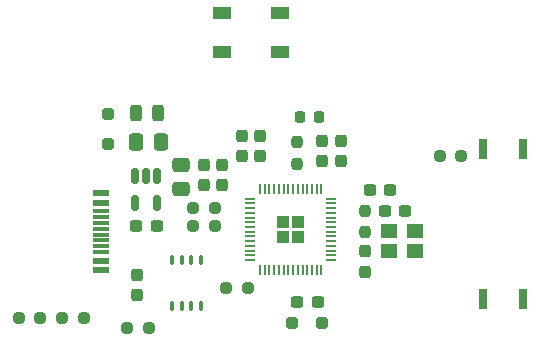
<source format=gtp>
G04 #@! TF.GenerationSoftware,KiCad,Pcbnew,8.0.4*
G04 #@! TF.CreationDate,2024-10-01T08:13:03+02:00*
G04 #@! TF.ProjectId,RP2040_roundStamp_secondIteration,52503230-3430-45f7-926f-756e64537461,rev?*
G04 #@! TF.SameCoordinates,Original*
G04 #@! TF.FileFunction,Paste,Top*
G04 #@! TF.FilePolarity,Positive*
%FSLAX46Y46*%
G04 Gerber Fmt 4.6, Leading zero omitted, Abs format (unit mm)*
G04 Created by KiCad (PCBNEW 8.0.4) date 2024-10-01 08:13:03*
%MOMM*%
%LPD*%
G01*
G04 APERTURE LIST*
G04 Aperture macros list*
%AMRoundRect*
0 Rectangle with rounded corners*
0 $1 Rounding radius*
0 $2 $3 $4 $5 $6 $7 $8 $9 X,Y pos of 4 corners*
0 Add a 4 corners polygon primitive as box body*
4,1,4,$2,$3,$4,$5,$6,$7,$8,$9,$2,$3,0*
0 Add four circle primitives for the rounded corners*
1,1,$1+$1,$2,$3*
1,1,$1+$1,$4,$5*
1,1,$1+$1,$6,$7*
1,1,$1+$1,$8,$9*
0 Add four rect primitives between the rounded corners*
20,1,$1+$1,$2,$3,$4,$5,0*
20,1,$1+$1,$4,$5,$6,$7,0*
20,1,$1+$1,$6,$7,$8,$9,0*
20,1,$1+$1,$8,$9,$2,$3,0*%
G04 Aperture macros list end*
%ADD10R,1.500000X1.000000*%
%ADD11RoundRect,0.237500X-0.300000X-0.237500X0.300000X-0.237500X0.300000X0.237500X-0.300000X0.237500X0*%
%ADD12RoundRect,0.250000X0.250000X0.250000X-0.250000X0.250000X-0.250000X-0.250000X0.250000X-0.250000X0*%
%ADD13RoundRect,0.237500X0.237500X-0.300000X0.237500X0.300000X-0.237500X0.300000X-0.237500X-0.300000X0*%
%ADD14RoundRect,0.237500X0.300000X0.237500X-0.300000X0.237500X-0.300000X-0.237500X0.300000X-0.237500X0*%
%ADD15RoundRect,0.237500X0.237500X-0.250000X0.237500X0.250000X-0.237500X0.250000X-0.237500X-0.250000X0*%
%ADD16RoundRect,0.237500X-0.250000X-0.237500X0.250000X-0.237500X0.250000X0.237500X-0.250000X0.237500X0*%
%ADD17RoundRect,0.250000X0.475000X-0.337500X0.475000X0.337500X-0.475000X0.337500X-0.475000X-0.337500X0*%
%ADD18RoundRect,0.237500X-0.237500X0.300000X-0.237500X-0.300000X0.237500X-0.300000X0.237500X0.300000X0*%
%ADD19RoundRect,0.250000X-0.337500X-0.475000X0.337500X-0.475000X0.337500X0.475000X-0.337500X0.475000X0*%
%ADD20RoundRect,0.150000X-0.150000X0.512500X-0.150000X-0.512500X0.150000X-0.512500X0.150000X0.512500X0*%
%ADD21RoundRect,0.218750X0.218750X0.256250X-0.218750X0.256250X-0.218750X-0.256250X0.218750X-0.256250X0*%
%ADD22R,0.800000X1.700000*%
%ADD23RoundRect,0.250000X0.250000X-0.250000X0.250000X0.250000X-0.250000X0.250000X-0.250000X-0.250000X0*%
%ADD24RoundRect,0.237500X-0.237500X0.250000X-0.237500X-0.250000X0.237500X-0.250000X0.237500X0.250000X0*%
%ADD25RoundRect,0.250000X0.292217X-0.292217X0.292217X0.292217X-0.292217X0.292217X-0.292217X-0.292217X0*%
%ADD26RoundRect,0.050000X0.050000X-0.387500X0.050000X0.387500X-0.050000X0.387500X-0.050000X-0.387500X0*%
%ADD27RoundRect,0.050000X0.387500X-0.050000X0.387500X0.050000X-0.387500X0.050000X-0.387500X-0.050000X0*%
%ADD28RoundRect,0.040000X0.120000X-0.365000X0.120000X0.365000X-0.120000X0.365000X-0.120000X-0.365000X0*%
%ADD29R,1.400000X1.200000*%
%ADD30RoundRect,0.243750X0.243750X0.456250X-0.243750X0.456250X-0.243750X-0.456250X0.243750X-0.456250X0*%
%ADD31R,1.450000X0.600000*%
%ADD32R,1.450000X0.300000*%
%ADD33RoundRect,0.237500X0.250000X0.237500X-0.250000X0.237500X-0.250000X-0.237500X0.250000X-0.237500X0*%
G04 APERTURE END LIST*
D10*
X153300076Y-53700026D03*
X153300076Y-57000000D03*
X158200000Y-57000000D03*
X158200000Y-53700026D03*
D11*
X159687500Y-78150000D03*
X161412500Y-78150000D03*
D12*
X161750000Y-79900000D03*
X159250000Y-79900000D03*
D13*
X161800000Y-66225000D03*
X161800000Y-64500000D03*
D14*
X147762500Y-71700000D03*
X146037500Y-71700000D03*
D15*
X159654291Y-66440258D03*
X159654291Y-64615258D03*
D16*
X145275000Y-80350000D03*
X147100000Y-80350000D03*
D13*
X156550000Y-65762500D03*
X156550000Y-64037500D03*
D17*
X149865258Y-68575000D03*
X149865258Y-66500000D03*
D18*
X146100000Y-75804582D03*
X146100000Y-77529582D03*
D19*
X146028263Y-64569596D03*
X148103263Y-64569596D03*
D20*
X147800000Y-67500000D03*
X146850000Y-67500000D03*
X145900000Y-67500000D03*
X145900000Y-69775000D03*
X147800000Y-69775000D03*
D16*
X150837500Y-71700000D03*
X152662500Y-71700000D03*
D21*
X161481941Y-62465766D03*
X159906941Y-62465766D03*
D22*
X178800000Y-65200000D03*
X175400000Y-65200000D03*
D16*
X150837500Y-70200000D03*
X152662500Y-70200000D03*
D23*
X143658571Y-64738257D03*
X143658571Y-62238257D03*
D11*
X165787500Y-68650000D03*
X167512500Y-68650000D03*
D24*
X165400000Y-70400000D03*
X165400000Y-72225000D03*
D13*
X153300000Y-68225000D03*
X153300000Y-66500000D03*
D16*
X171725000Y-65750000D03*
X173550000Y-65750000D03*
D25*
X158478894Y-72613295D03*
X159753894Y-72613295D03*
X158478894Y-71338295D03*
X159753894Y-71338295D03*
D26*
X156516394Y-75413295D03*
X156916394Y-75413294D03*
X157316394Y-75413295D03*
X157716394Y-75413295D03*
X158116394Y-75413295D03*
X158516394Y-75413295D03*
X158916393Y-75413295D03*
X159316394Y-75413295D03*
X159716394Y-75413295D03*
X160116394Y-75413295D03*
X160516394Y-75413295D03*
X160916393Y-75413295D03*
X161316394Y-75413295D03*
X161716394Y-75413295D03*
D27*
X162553894Y-74575795D03*
X162553893Y-74175795D03*
X162553894Y-73775795D03*
X162553894Y-73375795D03*
X162553894Y-72975795D03*
X162553894Y-72575795D03*
X162553894Y-72175796D03*
X162553894Y-71775795D03*
X162553894Y-71375795D03*
X162553894Y-70975795D03*
X162553894Y-70575795D03*
X162553894Y-70175796D03*
X162553894Y-69775795D03*
X162553894Y-69375795D03*
D26*
X161716394Y-68538295D03*
X161316394Y-68538296D03*
X160916394Y-68538295D03*
X160516394Y-68538295D03*
X160116394Y-68538295D03*
X159716394Y-68538295D03*
X159316395Y-68538295D03*
X158916394Y-68538295D03*
X158516394Y-68538295D03*
X158116394Y-68538295D03*
X157716394Y-68538295D03*
X157316395Y-68538295D03*
X156916394Y-68538295D03*
X156516394Y-68538295D03*
D27*
X155678894Y-69375795D03*
X155678895Y-69775795D03*
X155678894Y-70175795D03*
X155678894Y-70575795D03*
X155678894Y-70975795D03*
X155678894Y-71375795D03*
X155678894Y-71775794D03*
X155678894Y-72175795D03*
X155678894Y-72575795D03*
X155678894Y-72975795D03*
X155678894Y-73375795D03*
X155678894Y-73775794D03*
X155678894Y-74175795D03*
X155678894Y-74575795D03*
D28*
X149100000Y-78467082D03*
X149900000Y-78467082D03*
X150700000Y-78467082D03*
X151500000Y-78467082D03*
X151500000Y-74567082D03*
X150700000Y-74567082D03*
X149900000Y-74567082D03*
X149100000Y-74567082D03*
D14*
X168812500Y-70400000D03*
X167087500Y-70400000D03*
D29*
X167414225Y-73835840D03*
X169614377Y-73835840D03*
X169614377Y-72135814D03*
X167414225Y-72135814D03*
D30*
X147869681Y-62122178D03*
X145994681Y-62122178D03*
D13*
X155000000Y-65762500D03*
X155000000Y-64037500D03*
D31*
X143020484Y-68916136D03*
X143020484Y-69716136D03*
D32*
X143020484Y-70916136D03*
X143020484Y-71916136D03*
X143020485Y-72416136D03*
X143020484Y-73416136D03*
D31*
X143020484Y-74616136D03*
X143020484Y-75416136D03*
X143020484Y-75416136D03*
X143020484Y-74616136D03*
D32*
X143020484Y-73916136D03*
X143020484Y-72916136D03*
X143020484Y-71416136D03*
X143020484Y-70416136D03*
D31*
X143020484Y-69716136D03*
X143020484Y-68916136D03*
D13*
X165400000Y-75575000D03*
X165400000Y-73850000D03*
D16*
X139769016Y-79459908D03*
X141594016Y-79459908D03*
D22*
X178800000Y-77859437D03*
X175400000Y-77859437D03*
D13*
X163350000Y-66212500D03*
X163350000Y-64487500D03*
X151750000Y-68225000D03*
X151750000Y-66500000D03*
D33*
X137904671Y-79500333D03*
X136079671Y-79500333D03*
D16*
X153637500Y-76917082D03*
X155462500Y-76917082D03*
M02*

</source>
